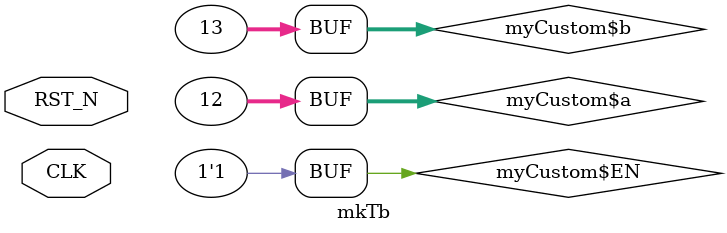
<source format=v>

`ifdef BSV_ASSIGNMENT_DELAY
`else
  `define BSV_ASSIGNMENT_DELAY
`endif

`ifdef BSV_POSITIVE_RESET
  `define BSV_RESET_VALUE 1'b1
  `define BSV_RESET_EDGE posedge
`else
  `define BSV_RESET_VALUE 1'b0
  `define BSV_RESET_EDGE negedge
`endif

module mkTb(CLK,
	    RST_N);
  input  CLK;
  input  RST_N;

  // ports of submodule myCustom
  wire [31 : 0] myCustom$a, myCustom$b, myCustom$res;
  wire myCustom$EN;

  // submodule myCustom
  myCustomRTL myCustom(.clk(CLK),
		       .rst_b(RST_N),
		       .a(myCustom$a),
		       .b(myCustom$b),
		       .EN(myCustom$EN),
		       .res(myCustom$res));

  // submodule myCustom
  assign myCustom$a = 32'd12 ;
  assign myCustom$b = 32'd13 ;
  assign myCustom$EN = 1'd1 ;

  // handling of system tasks

  // synopsys translate_off
  always@(negedge CLK)
  begin
    #0;
    if (RST_N != `BSV_RESET_VALUE)
      $display("Result: %d", $signed(myCustom$res));
  end
  // synopsys translate_on
endmodule  // mkTb


</source>
